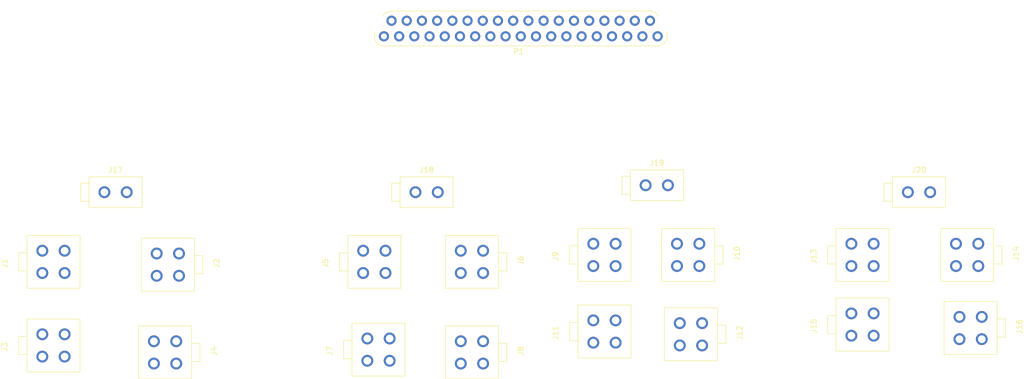
<source format=kicad_pcb>
(kicad_pcb (version 20171130) (host pcbnew "(5.1.10)-1")

  (general
    (thickness 1.6)
    (drawings 0)
    (tracks 0)
    (zones 0)
    (modules 21)
    (nets 26)
  )

  (page A4)
  (layers
    (0 F.Cu signal)
    (31 B.Cu signal)
    (32 B.Adhes user)
    (33 F.Adhes user)
    (34 B.Paste user)
    (35 F.Paste user)
    (36 B.SilkS user)
    (37 F.SilkS user)
    (38 B.Mask user)
    (39 F.Mask user)
    (40 Dwgs.User user)
    (41 Cmts.User user)
    (42 Eco1.User user)
    (43 Eco2.User user)
    (44 Edge.Cuts user)
    (45 Margin user)
    (46 B.CrtYd user)
    (47 F.CrtYd user)
    (48 B.Fab user)
    (49 F.Fab user)
  )

  (setup
    (last_trace_width 0.25)
    (trace_clearance 0.2)
    (zone_clearance 0.508)
    (zone_45_only no)
    (trace_min 0.2)
    (via_size 0.8)
    (via_drill 0.4)
    (via_min_size 0.4)
    (via_min_drill 0.3)
    (uvia_size 0.3)
    (uvia_drill 0.1)
    (uvias_allowed no)
    (uvia_min_size 0.2)
    (uvia_min_drill 0.1)
    (edge_width 0.05)
    (segment_width 0.2)
    (pcb_text_width 0.3)
    (pcb_text_size 1.5 1.5)
    (mod_edge_width 0.12)
    (mod_text_size 1 1)
    (mod_text_width 0.15)
    (pad_size 1.524 1.524)
    (pad_drill 0.762)
    (pad_to_mask_clearance 0)
    (aux_axis_origin 0 0)
    (visible_elements FFFFFF7F)
    (pcbplotparams
      (layerselection 0x010fc_ffffffff)
      (usegerberextensions false)
      (usegerberattributes true)
      (usegerberadvancedattributes true)
      (creategerberjobfile true)
      (excludeedgelayer true)
      (linewidth 0.100000)
      (plotframeref false)
      (viasonmask false)
      (mode 1)
      (useauxorigin false)
      (hpglpennumber 1)
      (hpglpenspeed 20)
      (hpglpendiameter 15.000000)
      (psnegative false)
      (psa4output false)
      (plotreference true)
      (plotvalue true)
      (plotinvisibletext false)
      (padsonsilk false)
      (subtractmaskfromsilk false)
      (outputformat 1)
      (mirror false)
      (drillshape 1)
      (scaleselection 1)
      (outputdirectory ""))
  )

  (net 0 "")
  (net 1 "Net-(J1-Pad2)")
  (net 2 "Net-(J1-Pad1)")
  (net 3 "Net-(J1-Pad3)")
  (net 4 "Net-(J2-Pad3)")
  (net 5 "Net-(J3-Pad3)")
  (net 6 "Net-(J4-Pad3)")
  (net 7 "Net-(J18-Pad2)")
  (net 8 "Net-(J18-Pad1)")
  (net 9 "Net-(J5-Pad3)")
  (net 10 "Net-(J6-Pad3)")
  (net 11 "Net-(J7-Pad3)")
  (net 12 "Net-(J8-Pad3)")
  (net 13 "Net-(J9-Pad3)")
  (net 14 "Net-(J10-Pad1)")
  (net 15 "Net-(J10-Pad2)")
  (net 16 "Net-(J10-Pad3)")
  (net 17 "Net-(J11-Pad3)")
  (net 18 "Net-(J12-Pad3)")
  (net 19 "Net-(J13-Pad3)")
  (net 20 "Net-(J13-Pad1)")
  (net 21 "Net-(J13-Pad2)")
  (net 22 "Net-(J14-Pad3)")
  (net 23 "Net-(J15-Pad3)")
  (net 24 "Net-(J16-Pad3)")
  (net 25 "Net-(P1-Pad19)")

  (net_class Default "This is the default net class."
    (clearance 0.2)
    (trace_width 0.25)
    (via_dia 0.8)
    (via_drill 0.4)
    (uvia_dia 0.3)
    (uvia_drill 0.1)
    (add_net "Net-(J1-Pad1)")
    (add_net "Net-(J1-Pad2)")
    (add_net "Net-(J1-Pad3)")
    (add_net "Net-(J10-Pad1)")
    (add_net "Net-(J10-Pad2)")
    (add_net "Net-(J10-Pad3)")
    (add_net "Net-(J11-Pad3)")
    (add_net "Net-(J12-Pad3)")
    (add_net "Net-(J13-Pad1)")
    (add_net "Net-(J13-Pad2)")
    (add_net "Net-(J13-Pad3)")
    (add_net "Net-(J14-Pad3)")
    (add_net "Net-(J15-Pad3)")
    (add_net "Net-(J16-Pad3)")
    (add_net "Net-(J18-Pad1)")
    (add_net "Net-(J18-Pad2)")
    (add_net "Net-(J2-Pad3)")
    (add_net "Net-(J3-Pad3)")
    (add_net "Net-(J4-Pad3)")
    (add_net "Net-(J5-Pad3)")
    (add_net "Net-(J6-Pad3)")
    (add_net "Net-(J7-Pad3)")
    (add_net "Net-(J8-Pad3)")
    (add_net "Net-(J9-Pad3)")
    (add_net "Net-(P1-Pad19)")
  )

  (module Voltage_Input_Module:0039281043 (layer F.Cu) (tedit 6109F625) (tstamp 610AEC7E)
    (at 85.09 104.775 90)
    (path /611386D9)
    (fp_text reference J1 (at -0.254 -8.89 90) (layer F.SilkS)
      (effects (font (size 1 1) (thickness 0.15)))
    )
    (fp_text value 0039281043 (at -0.508 7.62 90) (layer F.Fab)
      (effects (font (size 1 1) (thickness 0.15)))
    )
    (fp_line (start -1.651 -6.35) (end -1.651 -4.826) (layer F.SilkS) (width 0.12))
    (fp_line (start 1.651 -6.35) (end 1.651 -4.826) (layer F.SilkS) (width 0.12))
    (fp_line (start -1.651 -6.35) (end 1.651 -6.35) (layer F.SilkS) (width 0.12))
    (fp_line (start 4.826 4.826) (end -4.826 4.826) (layer F.SilkS) (width 0.12))
    (fp_line (start -4.826 -4.826) (end 4.826 -4.826) (layer F.SilkS) (width 0.12))
    (fp_line (start 4.826 -4.826) (end 4.826 4.826) (layer F.SilkS) (width 0.12))
    (fp_line (start -4.826 -4.826) (end -4.826 4.826) (layer F.SilkS) (width 0.12))
    (pad 2 thru_hole circle (at 2.032 2.032 90) (size 2.159 2.159) (drill 1.397) (layers *.Cu *.Mask)
      (net 1 "Net-(J1-Pad2)"))
    (pad 1 thru_hole circle (at 2.032 -2.032 90) (size 2.159 2.159) (drill 1.397) (layers *.Cu *.Mask)
      (net 2 "Net-(J1-Pad1)"))
    (pad 3 thru_hole circle (at -2.032 2.032 90) (size 2.159 2.159) (drill 1.397) (layers *.Cu *.Mask)
      (net 3 "Net-(J1-Pad3)"))
    (pad 3 thru_hole circle (at -2.032 -2.032 90) (size 2.159 2.159) (drill 1.397) (layers *.Cu *.Mask)
      (net 3 "Net-(J1-Pad3)"))
  )

  (module Voltage_Input_Module:0039281043 (layer F.Cu) (tedit 6109F625) (tstamp 610AEC8D)
    (at 105.918 105.283 270)
    (path /61138706)
    (fp_text reference J2 (at -0.254 -8.89 90) (layer F.SilkS)
      (effects (font (size 1 1) (thickness 0.15)))
    )
    (fp_text value 0039281043 (at -0.508 7.62 90) (layer F.Fab)
      (effects (font (size 1 1) (thickness 0.15)))
    )
    (fp_line (start -4.826 -4.826) (end -4.826 4.826) (layer F.SilkS) (width 0.12))
    (fp_line (start 4.826 -4.826) (end 4.826 4.826) (layer F.SilkS) (width 0.12))
    (fp_line (start -4.826 -4.826) (end 4.826 -4.826) (layer F.SilkS) (width 0.12))
    (fp_line (start 4.826 4.826) (end -4.826 4.826) (layer F.SilkS) (width 0.12))
    (fp_line (start -1.651 -6.35) (end 1.651 -6.35) (layer F.SilkS) (width 0.12))
    (fp_line (start 1.651 -6.35) (end 1.651 -4.826) (layer F.SilkS) (width 0.12))
    (fp_line (start -1.651 -6.35) (end -1.651 -4.826) (layer F.SilkS) (width 0.12))
    (pad 3 thru_hole circle (at -2.032 -2.032 270) (size 2.159 2.159) (drill 1.397) (layers *.Cu *.Mask)
      (net 4 "Net-(J2-Pad3)"))
    (pad 3 thru_hole circle (at -2.032 2.032 270) (size 2.159 2.159) (drill 1.397) (layers *.Cu *.Mask)
      (net 4 "Net-(J2-Pad3)"))
    (pad 1 thru_hole circle (at 2.032 -2.032 270) (size 2.159 2.159) (drill 1.397) (layers *.Cu *.Mask)
      (net 2 "Net-(J1-Pad1)"))
    (pad 2 thru_hole circle (at 2.032 2.032 270) (size 2.159 2.159) (drill 1.397) (layers *.Cu *.Mask)
      (net 1 "Net-(J1-Pad2)"))
  )

  (module Voltage_Input_Module:0039281043 (layer F.Cu) (tedit 6109F625) (tstamp 610AEC9C)
    (at 85.09 120.015 90)
    (path /611386E8)
    (fp_text reference J3 (at -0.254 -8.89 90) (layer F.SilkS)
      (effects (font (size 1 1) (thickness 0.15)))
    )
    (fp_text value 0039281043 (at -0.508 7.62 90) (layer F.Fab)
      (effects (font (size 1 1) (thickness 0.15)))
    )
    (fp_line (start -4.826 -4.826) (end -4.826 4.826) (layer F.SilkS) (width 0.12))
    (fp_line (start 4.826 -4.826) (end 4.826 4.826) (layer F.SilkS) (width 0.12))
    (fp_line (start -4.826 -4.826) (end 4.826 -4.826) (layer F.SilkS) (width 0.12))
    (fp_line (start 4.826 4.826) (end -4.826 4.826) (layer F.SilkS) (width 0.12))
    (fp_line (start -1.651 -6.35) (end 1.651 -6.35) (layer F.SilkS) (width 0.12))
    (fp_line (start 1.651 -6.35) (end 1.651 -4.826) (layer F.SilkS) (width 0.12))
    (fp_line (start -1.651 -6.35) (end -1.651 -4.826) (layer F.SilkS) (width 0.12))
    (pad 3 thru_hole circle (at -2.032 -2.032 90) (size 2.159 2.159) (drill 1.397) (layers *.Cu *.Mask)
      (net 5 "Net-(J3-Pad3)"))
    (pad 3 thru_hole circle (at -2.032 2.032 90) (size 2.159 2.159) (drill 1.397) (layers *.Cu *.Mask)
      (net 5 "Net-(J3-Pad3)"))
    (pad 1 thru_hole circle (at 2.032 -2.032 90) (size 2.159 2.159) (drill 1.397) (layers *.Cu *.Mask)
      (net 2 "Net-(J1-Pad1)"))
    (pad 2 thru_hole circle (at 2.032 2.032 90) (size 2.159 2.159) (drill 1.397) (layers *.Cu *.Mask)
      (net 1 "Net-(J1-Pad2)"))
  )

  (module Voltage_Input_Module:0039281043 (layer F.Cu) (tedit 6109F625) (tstamp 610AECAB)
    (at 105.41 121.285 270)
    (path /611386F7)
    (fp_text reference J4 (at -0.254 -8.89 90) (layer F.SilkS)
      (effects (font (size 1 1) (thickness 0.15)))
    )
    (fp_text value 0039281043 (at -0.508 7.62 90) (layer F.Fab)
      (effects (font (size 1 1) (thickness 0.15)))
    )
    (fp_line (start -1.651 -6.35) (end -1.651 -4.826) (layer F.SilkS) (width 0.12))
    (fp_line (start 1.651 -6.35) (end 1.651 -4.826) (layer F.SilkS) (width 0.12))
    (fp_line (start -1.651 -6.35) (end 1.651 -6.35) (layer F.SilkS) (width 0.12))
    (fp_line (start 4.826 4.826) (end -4.826 4.826) (layer F.SilkS) (width 0.12))
    (fp_line (start -4.826 -4.826) (end 4.826 -4.826) (layer F.SilkS) (width 0.12))
    (fp_line (start 4.826 -4.826) (end 4.826 4.826) (layer F.SilkS) (width 0.12))
    (fp_line (start -4.826 -4.826) (end -4.826 4.826) (layer F.SilkS) (width 0.12))
    (pad 2 thru_hole circle (at 2.032 2.032 270) (size 2.159 2.159) (drill 1.397) (layers *.Cu *.Mask)
      (net 1 "Net-(J1-Pad2)"))
    (pad 1 thru_hole circle (at 2.032 -2.032 270) (size 2.159 2.159) (drill 1.397) (layers *.Cu *.Mask)
      (net 2 "Net-(J1-Pad1)"))
    (pad 3 thru_hole circle (at -2.032 2.032 270) (size 2.159 2.159) (drill 1.397) (layers *.Cu *.Mask)
      (net 6 "Net-(J4-Pad3)"))
    (pad 3 thru_hole circle (at -2.032 -2.032 270) (size 2.159 2.159) (drill 1.397) (layers *.Cu *.Mask)
      (net 6 "Net-(J4-Pad3)"))
  )

  (module Voltage_Input_Module:0039281043 (layer F.Cu) (tedit 6109F625) (tstamp 610AECBA)
    (at 143.51 104.775 90)
    (path /61130C38)
    (fp_text reference J5 (at -0.254 -8.89 90) (layer F.SilkS)
      (effects (font (size 1 1) (thickness 0.15)))
    )
    (fp_text value 0039281043 (at -0.508 7.62 90) (layer F.Fab)
      (effects (font (size 1 1) (thickness 0.15)))
    )
    (fp_line (start -1.651 -6.35) (end -1.651 -4.826) (layer F.SilkS) (width 0.12))
    (fp_line (start 1.651 -6.35) (end 1.651 -4.826) (layer F.SilkS) (width 0.12))
    (fp_line (start -1.651 -6.35) (end 1.651 -6.35) (layer F.SilkS) (width 0.12))
    (fp_line (start 4.826 4.826) (end -4.826 4.826) (layer F.SilkS) (width 0.12))
    (fp_line (start -4.826 -4.826) (end 4.826 -4.826) (layer F.SilkS) (width 0.12))
    (fp_line (start 4.826 -4.826) (end 4.826 4.826) (layer F.SilkS) (width 0.12))
    (fp_line (start -4.826 -4.826) (end -4.826 4.826) (layer F.SilkS) (width 0.12))
    (pad 2 thru_hole circle (at 2.032 2.032 90) (size 2.159 2.159) (drill 1.397) (layers *.Cu *.Mask)
      (net 7 "Net-(J18-Pad2)"))
    (pad 1 thru_hole circle (at 2.032 -2.032 90) (size 2.159 2.159) (drill 1.397) (layers *.Cu *.Mask)
      (net 8 "Net-(J18-Pad1)"))
    (pad 3 thru_hole circle (at -2.032 2.032 90) (size 2.159 2.159) (drill 1.397) (layers *.Cu *.Mask)
      (net 9 "Net-(J5-Pad3)"))
    (pad 3 thru_hole circle (at -2.032 -2.032 90) (size 2.159 2.159) (drill 1.397) (layers *.Cu *.Mask)
      (net 9 "Net-(J5-Pad3)"))
  )

  (module Voltage_Input_Module:0039281043 (layer F.Cu) (tedit 6109F625) (tstamp 610AECC9)
    (at 161.29 104.775 270)
    (path /61130C65)
    (fp_text reference J6 (at -0.254 -8.89 90) (layer F.SilkS)
      (effects (font (size 1 1) (thickness 0.15)))
    )
    (fp_text value 0039281043 (at -0.508 7.62 90) (layer F.Fab)
      (effects (font (size 1 1) (thickness 0.15)))
    )
    (fp_line (start -4.826 -4.826) (end -4.826 4.826) (layer F.SilkS) (width 0.12))
    (fp_line (start 4.826 -4.826) (end 4.826 4.826) (layer F.SilkS) (width 0.12))
    (fp_line (start -4.826 -4.826) (end 4.826 -4.826) (layer F.SilkS) (width 0.12))
    (fp_line (start 4.826 4.826) (end -4.826 4.826) (layer F.SilkS) (width 0.12))
    (fp_line (start -1.651 -6.35) (end 1.651 -6.35) (layer F.SilkS) (width 0.12))
    (fp_line (start 1.651 -6.35) (end 1.651 -4.826) (layer F.SilkS) (width 0.12))
    (fp_line (start -1.651 -6.35) (end -1.651 -4.826) (layer F.SilkS) (width 0.12))
    (pad 3 thru_hole circle (at -2.032 -2.032 270) (size 2.159 2.159) (drill 1.397) (layers *.Cu *.Mask)
      (net 10 "Net-(J6-Pad3)"))
    (pad 3 thru_hole circle (at -2.032 2.032 270) (size 2.159 2.159) (drill 1.397) (layers *.Cu *.Mask)
      (net 10 "Net-(J6-Pad3)"))
    (pad 1 thru_hole circle (at 2.032 -2.032 270) (size 2.159 2.159) (drill 1.397) (layers *.Cu *.Mask)
      (net 8 "Net-(J18-Pad1)"))
    (pad 2 thru_hole circle (at 2.032 2.032 270) (size 2.159 2.159) (drill 1.397) (layers *.Cu *.Mask)
      (net 7 "Net-(J18-Pad2)"))
  )

  (module Voltage_Input_Module:0039281043 (layer F.Cu) (tedit 6109F625) (tstamp 610AECD8)
    (at 144.272 120.777 90)
    (path /61130C47)
    (fp_text reference J7 (at -0.254 -8.89 90) (layer F.SilkS)
      (effects (font (size 1 1) (thickness 0.15)))
    )
    (fp_text value 0039281043 (at -0.508 7.62 90) (layer F.Fab)
      (effects (font (size 1 1) (thickness 0.15)))
    )
    (fp_line (start -4.826 -4.826) (end -4.826 4.826) (layer F.SilkS) (width 0.12))
    (fp_line (start 4.826 -4.826) (end 4.826 4.826) (layer F.SilkS) (width 0.12))
    (fp_line (start -4.826 -4.826) (end 4.826 -4.826) (layer F.SilkS) (width 0.12))
    (fp_line (start 4.826 4.826) (end -4.826 4.826) (layer F.SilkS) (width 0.12))
    (fp_line (start -1.651 -6.35) (end 1.651 -6.35) (layer F.SilkS) (width 0.12))
    (fp_line (start 1.651 -6.35) (end 1.651 -4.826) (layer F.SilkS) (width 0.12))
    (fp_line (start -1.651 -6.35) (end -1.651 -4.826) (layer F.SilkS) (width 0.12))
    (pad 3 thru_hole circle (at -2.032 -2.032 90) (size 2.159 2.159) (drill 1.397) (layers *.Cu *.Mask)
      (net 11 "Net-(J7-Pad3)"))
    (pad 3 thru_hole circle (at -2.032 2.032 90) (size 2.159 2.159) (drill 1.397) (layers *.Cu *.Mask)
      (net 11 "Net-(J7-Pad3)"))
    (pad 1 thru_hole circle (at 2.032 -2.032 90) (size 2.159 2.159) (drill 1.397) (layers *.Cu *.Mask)
      (net 8 "Net-(J18-Pad1)"))
    (pad 2 thru_hole circle (at 2.032 2.032 90) (size 2.159 2.159) (drill 1.397) (layers *.Cu *.Mask)
      (net 7 "Net-(J18-Pad2)"))
  )

  (module Voltage_Input_Module:0039281043 (layer F.Cu) (tedit 6109F625) (tstamp 610AECE7)
    (at 161.29 121.285 270)
    (path /61130C56)
    (fp_text reference J8 (at -0.254 -8.89 90) (layer F.SilkS)
      (effects (font (size 1 1) (thickness 0.15)))
    )
    (fp_text value 0039281043 (at -0.508 7.62 90) (layer F.Fab)
      (effects (font (size 1 1) (thickness 0.15)))
    )
    (fp_line (start -1.651 -6.35) (end -1.651 -4.826) (layer F.SilkS) (width 0.12))
    (fp_line (start 1.651 -6.35) (end 1.651 -4.826) (layer F.SilkS) (width 0.12))
    (fp_line (start -1.651 -6.35) (end 1.651 -6.35) (layer F.SilkS) (width 0.12))
    (fp_line (start 4.826 4.826) (end -4.826 4.826) (layer F.SilkS) (width 0.12))
    (fp_line (start -4.826 -4.826) (end 4.826 -4.826) (layer F.SilkS) (width 0.12))
    (fp_line (start 4.826 -4.826) (end 4.826 4.826) (layer F.SilkS) (width 0.12))
    (fp_line (start -4.826 -4.826) (end -4.826 4.826) (layer F.SilkS) (width 0.12))
    (pad 2 thru_hole circle (at 2.032 2.032 270) (size 2.159 2.159) (drill 1.397) (layers *.Cu *.Mask)
      (net 7 "Net-(J18-Pad2)"))
    (pad 1 thru_hole circle (at 2.032 -2.032 270) (size 2.159 2.159) (drill 1.397) (layers *.Cu *.Mask)
      (net 8 "Net-(J18-Pad1)"))
    (pad 3 thru_hole circle (at -2.032 2.032 270) (size 2.159 2.159) (drill 1.397) (layers *.Cu *.Mask)
      (net 12 "Net-(J8-Pad3)"))
    (pad 3 thru_hole circle (at -2.032 -2.032 270) (size 2.159 2.159) (drill 1.397) (layers *.Cu *.Mask)
      (net 12 "Net-(J8-Pad3)"))
  )

  (module Voltage_Input_Module:0039281043 (layer F.Cu) (tedit 6109F625) (tstamp 610AECF6)
    (at 185.42 103.505 90)
    (path /6108D3DA)
    (fp_text reference J9 (at -0.254 -8.89 90) (layer F.SilkS)
      (effects (font (size 1 1) (thickness 0.15)))
    )
    (fp_text value 0039281043 (at -0.508 7.62 90) (layer F.Fab)
      (effects (font (size 1 1) (thickness 0.15)))
    )
    (fp_line (start -4.826 -4.826) (end -4.826 4.826) (layer F.SilkS) (width 0.12))
    (fp_line (start 4.826 -4.826) (end 4.826 4.826) (layer F.SilkS) (width 0.12))
    (fp_line (start -4.826 -4.826) (end 4.826 -4.826) (layer F.SilkS) (width 0.12))
    (fp_line (start 4.826 4.826) (end -4.826 4.826) (layer F.SilkS) (width 0.12))
    (fp_line (start -1.651 -6.35) (end 1.651 -6.35) (layer F.SilkS) (width 0.12))
    (fp_line (start 1.651 -6.35) (end 1.651 -4.826) (layer F.SilkS) (width 0.12))
    (fp_line (start -1.651 -6.35) (end -1.651 -4.826) (layer F.SilkS) (width 0.12))
    (pad 3 thru_hole circle (at -2.032 -2.032 90) (size 2.159 2.159) (drill 1.397) (layers *.Cu *.Mask)
      (net 13 "Net-(J9-Pad3)"))
    (pad 3 thru_hole circle (at -2.032 2.032 90) (size 2.159 2.159) (drill 1.397) (layers *.Cu *.Mask)
      (net 13 "Net-(J9-Pad3)"))
    (pad 1 thru_hole circle (at 2.032 -2.032 90) (size 2.159 2.159) (drill 1.397) (layers *.Cu *.Mask)
      (net 14 "Net-(J10-Pad1)"))
    (pad 2 thru_hole circle (at 2.032 2.032 90) (size 2.159 2.159) (drill 1.397) (layers *.Cu *.Mask)
      (net 15 "Net-(J10-Pad2)"))
  )

  (module Voltage_Input_Module:0039281043 (layer F.Cu) (tedit 6109F625) (tstamp 610AED05)
    (at 200.66 103.505 270)
    (path /61091290)
    (fp_text reference J10 (at -0.254 -8.89 90) (layer F.SilkS)
      (effects (font (size 1 1) (thickness 0.15)))
    )
    (fp_text value 0039281043 (at -0.508 7.62 90) (layer F.Fab)
      (effects (font (size 1 1) (thickness 0.15)))
    )
    (fp_line (start -1.651 -6.35) (end -1.651 -4.826) (layer F.SilkS) (width 0.12))
    (fp_line (start 1.651 -6.35) (end 1.651 -4.826) (layer F.SilkS) (width 0.12))
    (fp_line (start -1.651 -6.35) (end 1.651 -6.35) (layer F.SilkS) (width 0.12))
    (fp_line (start 4.826 4.826) (end -4.826 4.826) (layer F.SilkS) (width 0.12))
    (fp_line (start -4.826 -4.826) (end 4.826 -4.826) (layer F.SilkS) (width 0.12))
    (fp_line (start 4.826 -4.826) (end 4.826 4.826) (layer F.SilkS) (width 0.12))
    (fp_line (start -4.826 -4.826) (end -4.826 4.826) (layer F.SilkS) (width 0.12))
    (pad 2 thru_hole circle (at 2.032 2.032 270) (size 2.159 2.159) (drill 1.397) (layers *.Cu *.Mask)
      (net 15 "Net-(J10-Pad2)"))
    (pad 1 thru_hole circle (at 2.032 -2.032 270) (size 2.159 2.159) (drill 1.397) (layers *.Cu *.Mask)
      (net 14 "Net-(J10-Pad1)"))
    (pad 3 thru_hole circle (at -2.032 2.032 270) (size 2.159 2.159) (drill 1.397) (layers *.Cu *.Mask)
      (net 16 "Net-(J10-Pad3)"))
    (pad 3 thru_hole circle (at -2.032 -2.032 270) (size 2.159 2.159) (drill 1.397) (layers *.Cu *.Mask)
      (net 16 "Net-(J10-Pad3)"))
  )

  (module Voltage_Input_Module:0039281043 (layer F.Cu) (tedit 6109F625) (tstamp 610AED14)
    (at 185.42 117.475 90)
    (path /6109138F)
    (fp_text reference J11 (at -0.254 -8.89 90) (layer F.SilkS)
      (effects (font (size 1 1) (thickness 0.15)))
    )
    (fp_text value 0039281043 (at -0.508 7.62 90) (layer F.Fab)
      (effects (font (size 1 1) (thickness 0.15)))
    )
    (fp_line (start -1.651 -6.35) (end -1.651 -4.826) (layer F.SilkS) (width 0.12))
    (fp_line (start 1.651 -6.35) (end 1.651 -4.826) (layer F.SilkS) (width 0.12))
    (fp_line (start -1.651 -6.35) (end 1.651 -6.35) (layer F.SilkS) (width 0.12))
    (fp_line (start 4.826 4.826) (end -4.826 4.826) (layer F.SilkS) (width 0.12))
    (fp_line (start -4.826 -4.826) (end 4.826 -4.826) (layer F.SilkS) (width 0.12))
    (fp_line (start 4.826 -4.826) (end 4.826 4.826) (layer F.SilkS) (width 0.12))
    (fp_line (start -4.826 -4.826) (end -4.826 4.826) (layer F.SilkS) (width 0.12))
    (pad 2 thru_hole circle (at 2.032 2.032 90) (size 2.159 2.159) (drill 1.397) (layers *.Cu *.Mask)
      (net 15 "Net-(J10-Pad2)"))
    (pad 1 thru_hole circle (at 2.032 -2.032 90) (size 2.159 2.159) (drill 1.397) (layers *.Cu *.Mask)
      (net 14 "Net-(J10-Pad1)"))
    (pad 3 thru_hole circle (at -2.032 2.032 90) (size 2.159 2.159) (drill 1.397) (layers *.Cu *.Mask)
      (net 17 "Net-(J11-Pad3)"))
    (pad 3 thru_hole circle (at -2.032 -2.032 90) (size 2.159 2.159) (drill 1.397) (layers *.Cu *.Mask)
      (net 17 "Net-(J11-Pad3)"))
  )

  (module Voltage_Input_Module:0039281043 (layer F.Cu) (tedit 6109F625) (tstamp 610AED23)
    (at 201.168 117.983 270)
    (path /61093AEB)
    (fp_text reference J12 (at -0.254 -8.89 90) (layer F.SilkS)
      (effects (font (size 1 1) (thickness 0.15)))
    )
    (fp_text value 0039281043 (at -0.508 7.62 90) (layer F.Fab)
      (effects (font (size 1 1) (thickness 0.15)))
    )
    (fp_line (start -4.826 -4.826) (end -4.826 4.826) (layer F.SilkS) (width 0.12))
    (fp_line (start 4.826 -4.826) (end 4.826 4.826) (layer F.SilkS) (width 0.12))
    (fp_line (start -4.826 -4.826) (end 4.826 -4.826) (layer F.SilkS) (width 0.12))
    (fp_line (start 4.826 4.826) (end -4.826 4.826) (layer F.SilkS) (width 0.12))
    (fp_line (start -1.651 -6.35) (end 1.651 -6.35) (layer F.SilkS) (width 0.12))
    (fp_line (start 1.651 -6.35) (end 1.651 -4.826) (layer F.SilkS) (width 0.12))
    (fp_line (start -1.651 -6.35) (end -1.651 -4.826) (layer F.SilkS) (width 0.12))
    (pad 3 thru_hole circle (at -2.032 -2.032 270) (size 2.159 2.159) (drill 1.397) (layers *.Cu *.Mask)
      (net 18 "Net-(J12-Pad3)"))
    (pad 3 thru_hole circle (at -2.032 2.032 270) (size 2.159 2.159) (drill 1.397) (layers *.Cu *.Mask)
      (net 18 "Net-(J12-Pad3)"))
    (pad 1 thru_hole circle (at 2.032 -2.032 270) (size 2.159 2.159) (drill 1.397) (layers *.Cu *.Mask)
      (net 14 "Net-(J10-Pad1)"))
    (pad 2 thru_hole circle (at 2.032 2.032 270) (size 2.159 2.159) (drill 1.397) (layers *.Cu *.Mask)
      (net 15 "Net-(J10-Pad2)"))
  )

  (module Voltage_Input_Module:0039281043 (layer F.Cu) (tedit 6109F625) (tstamp 610AED32)
    (at 232.41 103.505 90)
    (path /6111B181)
    (fp_text reference J13 (at -0.254 -8.89 90) (layer F.SilkS)
      (effects (font (size 1 1) (thickness 0.15)))
    )
    (fp_text value 0039281043 (at -0.508 7.62 90) (layer F.Fab)
      (effects (font (size 1 1) (thickness 0.15)))
    )
    (fp_line (start -4.826 -4.826) (end -4.826 4.826) (layer F.SilkS) (width 0.12))
    (fp_line (start 4.826 -4.826) (end 4.826 4.826) (layer F.SilkS) (width 0.12))
    (fp_line (start -4.826 -4.826) (end 4.826 -4.826) (layer F.SilkS) (width 0.12))
    (fp_line (start 4.826 4.826) (end -4.826 4.826) (layer F.SilkS) (width 0.12))
    (fp_line (start -1.651 -6.35) (end 1.651 -6.35) (layer F.SilkS) (width 0.12))
    (fp_line (start 1.651 -6.35) (end 1.651 -4.826) (layer F.SilkS) (width 0.12))
    (fp_line (start -1.651 -6.35) (end -1.651 -4.826) (layer F.SilkS) (width 0.12))
    (pad 3 thru_hole circle (at -2.032 -2.032 90) (size 2.159 2.159) (drill 1.397) (layers *.Cu *.Mask)
      (net 19 "Net-(J13-Pad3)"))
    (pad 3 thru_hole circle (at -2.032 2.032 90) (size 2.159 2.159) (drill 1.397) (layers *.Cu *.Mask)
      (net 19 "Net-(J13-Pad3)"))
    (pad 1 thru_hole circle (at 2.032 -2.032 90) (size 2.159 2.159) (drill 1.397) (layers *.Cu *.Mask)
      (net 20 "Net-(J13-Pad1)"))
    (pad 2 thru_hole circle (at 2.032 2.032 90) (size 2.159 2.159) (drill 1.397) (layers *.Cu *.Mask)
      (net 21 "Net-(J13-Pad2)"))
  )

  (module Voltage_Input_Module:0039281043 (layer F.Cu) (tedit 6109F625) (tstamp 610AED41)
    (at 251.46 103.505 270)
    (path /6111B1AE)
    (fp_text reference J14 (at -0.254 -8.89 90) (layer F.SilkS)
      (effects (font (size 1 1) (thickness 0.15)))
    )
    (fp_text value 0039281043 (at -0.508 7.62 90) (layer F.Fab)
      (effects (font (size 1 1) (thickness 0.15)))
    )
    (fp_line (start -1.651 -6.35) (end -1.651 -4.826) (layer F.SilkS) (width 0.12))
    (fp_line (start 1.651 -6.35) (end 1.651 -4.826) (layer F.SilkS) (width 0.12))
    (fp_line (start -1.651 -6.35) (end 1.651 -6.35) (layer F.SilkS) (width 0.12))
    (fp_line (start 4.826 4.826) (end -4.826 4.826) (layer F.SilkS) (width 0.12))
    (fp_line (start -4.826 -4.826) (end 4.826 -4.826) (layer F.SilkS) (width 0.12))
    (fp_line (start 4.826 -4.826) (end 4.826 4.826) (layer F.SilkS) (width 0.12))
    (fp_line (start -4.826 -4.826) (end -4.826 4.826) (layer F.SilkS) (width 0.12))
    (pad 2 thru_hole circle (at 2.032 2.032 270) (size 2.159 2.159) (drill 1.397) (layers *.Cu *.Mask)
      (net 21 "Net-(J13-Pad2)"))
    (pad 1 thru_hole circle (at 2.032 -2.032 270) (size 2.159 2.159) (drill 1.397) (layers *.Cu *.Mask)
      (net 20 "Net-(J13-Pad1)"))
    (pad 3 thru_hole circle (at -2.032 2.032 270) (size 2.159 2.159) (drill 1.397) (layers *.Cu *.Mask)
      (net 22 "Net-(J14-Pad3)"))
    (pad 3 thru_hole circle (at -2.032 -2.032 270) (size 2.159 2.159) (drill 1.397) (layers *.Cu *.Mask)
      (net 22 "Net-(J14-Pad3)"))
  )

  (module Voltage_Input_Module:0039281043 (layer F.Cu) (tedit 6109F625) (tstamp 610AED50)
    (at 232.41 116.205 90)
    (path /6111B190)
    (fp_text reference J15 (at -0.254 -8.89 90) (layer F.SilkS)
      (effects (font (size 1 1) (thickness 0.15)))
    )
    (fp_text value 0039281043 (at -0.508 7.62 90) (layer F.Fab)
      (effects (font (size 1 1) (thickness 0.15)))
    )
    (fp_line (start -1.651 -6.35) (end -1.651 -4.826) (layer F.SilkS) (width 0.12))
    (fp_line (start 1.651 -6.35) (end 1.651 -4.826) (layer F.SilkS) (width 0.12))
    (fp_line (start -1.651 -6.35) (end 1.651 -6.35) (layer F.SilkS) (width 0.12))
    (fp_line (start 4.826 4.826) (end -4.826 4.826) (layer F.SilkS) (width 0.12))
    (fp_line (start -4.826 -4.826) (end 4.826 -4.826) (layer F.SilkS) (width 0.12))
    (fp_line (start 4.826 -4.826) (end 4.826 4.826) (layer F.SilkS) (width 0.12))
    (fp_line (start -4.826 -4.826) (end -4.826 4.826) (layer F.SilkS) (width 0.12))
    (pad 2 thru_hole circle (at 2.032 2.032 90) (size 2.159 2.159) (drill 1.397) (layers *.Cu *.Mask)
      (net 21 "Net-(J13-Pad2)"))
    (pad 1 thru_hole circle (at 2.032 -2.032 90) (size 2.159 2.159) (drill 1.397) (layers *.Cu *.Mask)
      (net 20 "Net-(J13-Pad1)"))
    (pad 3 thru_hole circle (at -2.032 2.032 90) (size 2.159 2.159) (drill 1.397) (layers *.Cu *.Mask)
      (net 23 "Net-(J15-Pad3)"))
    (pad 3 thru_hole circle (at -2.032 -2.032 90) (size 2.159 2.159) (drill 1.397) (layers *.Cu *.Mask)
      (net 23 "Net-(J15-Pad3)"))
  )

  (module Voltage_Input_Module:0039281043 (layer F.Cu) (tedit 6109F625) (tstamp 610AED5F)
    (at 252.095 116.84 270)
    (path /6111B19F)
    (fp_text reference J16 (at -0.254 -8.89 90) (layer F.SilkS)
      (effects (font (size 1 1) (thickness 0.15)))
    )
    (fp_text value 0039281043 (at -0.508 7.62 90) (layer F.Fab)
      (effects (font (size 1 1) (thickness 0.15)))
    )
    (fp_line (start -4.826 -4.826) (end -4.826 4.826) (layer F.SilkS) (width 0.12))
    (fp_line (start 4.826 -4.826) (end 4.826 4.826) (layer F.SilkS) (width 0.12))
    (fp_line (start -4.826 -4.826) (end 4.826 -4.826) (layer F.SilkS) (width 0.12))
    (fp_line (start 4.826 4.826) (end -4.826 4.826) (layer F.SilkS) (width 0.12))
    (fp_line (start -1.651 -6.35) (end 1.651 -6.35) (layer F.SilkS) (width 0.12))
    (fp_line (start 1.651 -6.35) (end 1.651 -4.826) (layer F.SilkS) (width 0.12))
    (fp_line (start -1.651 -6.35) (end -1.651 -4.826) (layer F.SilkS) (width 0.12))
    (pad 3 thru_hole circle (at -2.032 -2.032 270) (size 2.159 2.159) (drill 1.397) (layers *.Cu *.Mask)
      (net 24 "Net-(J16-Pad3)"))
    (pad 3 thru_hole circle (at -2.032 2.032 270) (size 2.159 2.159) (drill 1.397) (layers *.Cu *.Mask)
      (net 24 "Net-(J16-Pad3)"))
    (pad 1 thru_hole circle (at 2.032 -2.032 270) (size 2.159 2.159) (drill 1.397) (layers *.Cu *.Mask)
      (net 20 "Net-(J13-Pad1)"))
    (pad 2 thru_hole circle (at 2.032 2.032 270) (size 2.159 2.159) (drill 1.397) (layers *.Cu *.Mask)
      (net 21 "Net-(J13-Pad2)"))
  )

  (module Voltage_Input_Module:0039281023 (layer F.Cu) (tedit 6109F4BA) (tstamp 610AED6C)
    (at 96.393 92.075)
    (path /611386CA)
    (fp_text reference J17 (at 0 -4.064) (layer F.SilkS)
      (effects (font (size 1 1) (thickness 0.15)))
    )
    (fp_text value 0039281023 (at 0 3.81) (layer F.Fab)
      (effects (font (size 1 1) (thickness 0.15)))
    )
    (fp_line (start 4.826 -2.794) (end 4.826 2.794) (layer F.SilkS) (width 0.12))
    (fp_line (start -4.826 -2.794) (end -4.826 2.794) (layer F.SilkS) (width 0.12))
    (fp_line (start -4.826 -2.794) (end 4.826 -2.794) (layer F.SilkS) (width 0.12))
    (fp_line (start 4.826 2.794) (end -4.826 2.794) (layer F.SilkS) (width 0.12))
    (fp_line (start -6.35 -1.651) (end -6.35 1.651) (layer F.SilkS) (width 0.12))
    (fp_line (start -6.35 -1.651) (end -4.826 -1.651) (layer F.SilkS) (width 0.12))
    (fp_line (start -6.35 1.651) (end -4.826 1.651) (layer F.SilkS) (width 0.12))
    (pad 2 thru_hole circle (at 2.032 0) (size 2.159 2.159) (drill 1.397) (layers *.Cu *.Mask)
      (net 1 "Net-(J1-Pad2)"))
    (pad 1 thru_hole circle (at -2.032 0) (size 2.159 2.159) (drill 1.397) (layers *.Cu *.Mask)
      (net 2 "Net-(J1-Pad1)"))
  )

  (module Voltage_Input_Module:0039281023 (layer F.Cu) (tedit 6109F4BA) (tstamp 610AED79)
    (at 153.035 92.075)
    (path /61130C29)
    (fp_text reference J18 (at 0 -4.064) (layer F.SilkS)
      (effects (font (size 1 1) (thickness 0.15)))
    )
    (fp_text value 0039281023 (at 0 3.81) (layer F.Fab)
      (effects (font (size 1 1) (thickness 0.15)))
    )
    (fp_line (start 4.826 -2.794) (end 4.826 2.794) (layer F.SilkS) (width 0.12))
    (fp_line (start -4.826 -2.794) (end -4.826 2.794) (layer F.SilkS) (width 0.12))
    (fp_line (start -4.826 -2.794) (end 4.826 -2.794) (layer F.SilkS) (width 0.12))
    (fp_line (start 4.826 2.794) (end -4.826 2.794) (layer F.SilkS) (width 0.12))
    (fp_line (start -6.35 -1.651) (end -6.35 1.651) (layer F.SilkS) (width 0.12))
    (fp_line (start -6.35 -1.651) (end -4.826 -1.651) (layer F.SilkS) (width 0.12))
    (fp_line (start -6.35 1.651) (end -4.826 1.651) (layer F.SilkS) (width 0.12))
    (pad 2 thru_hole circle (at 2.032 0) (size 2.159 2.159) (drill 1.397) (layers *.Cu *.Mask)
      (net 7 "Net-(J18-Pad2)"))
    (pad 1 thru_hole circle (at -2.032 0) (size 2.159 2.159) (drill 1.397) (layers *.Cu *.Mask)
      (net 8 "Net-(J18-Pad1)"))
  )

  (module Voltage_Input_Module:0039281023 (layer F.Cu) (tedit 6109F4BA) (tstamp 610AED86)
    (at 194.945 90.805)
    (path /6108BAC4)
    (fp_text reference J19 (at 0 -4.064) (layer F.SilkS)
      (effects (font (size 1 1) (thickness 0.15)))
    )
    (fp_text value 0039281023 (at 0 3.81) (layer F.Fab)
      (effects (font (size 1 1) (thickness 0.15)))
    )
    (fp_line (start -6.35 1.651) (end -4.826 1.651) (layer F.SilkS) (width 0.12))
    (fp_line (start -6.35 -1.651) (end -4.826 -1.651) (layer F.SilkS) (width 0.12))
    (fp_line (start -6.35 -1.651) (end -6.35 1.651) (layer F.SilkS) (width 0.12))
    (fp_line (start 4.826 2.794) (end -4.826 2.794) (layer F.SilkS) (width 0.12))
    (fp_line (start -4.826 -2.794) (end 4.826 -2.794) (layer F.SilkS) (width 0.12))
    (fp_line (start -4.826 -2.794) (end -4.826 2.794) (layer F.SilkS) (width 0.12))
    (fp_line (start 4.826 -2.794) (end 4.826 2.794) (layer F.SilkS) (width 0.12))
    (pad 1 thru_hole circle (at -2.032 0) (size 2.159 2.159) (drill 1.397) (layers *.Cu *.Mask)
      (net 14 "Net-(J10-Pad1)"))
    (pad 2 thru_hole circle (at 2.032 0) (size 2.159 2.159) (drill 1.397) (layers *.Cu *.Mask)
      (net 15 "Net-(J10-Pad2)"))
  )

  (module Voltage_Input_Module:0039281023 (layer F.Cu) (tedit 6109F4BA) (tstamp 610AED93)
    (at 242.697 92.075)
    (path /6111B172)
    (fp_text reference J20 (at 0 -4.064) (layer F.SilkS)
      (effects (font (size 1 1) (thickness 0.15)))
    )
    (fp_text value 0039281023 (at 0 3.81) (layer F.Fab)
      (effects (font (size 1 1) (thickness 0.15)))
    )
    (fp_line (start -6.35 1.651) (end -4.826 1.651) (layer F.SilkS) (width 0.12))
    (fp_line (start -6.35 -1.651) (end -4.826 -1.651) (layer F.SilkS) (width 0.12))
    (fp_line (start -6.35 -1.651) (end -6.35 1.651) (layer F.SilkS) (width 0.12))
    (fp_line (start 4.826 2.794) (end -4.826 2.794) (layer F.SilkS) (width 0.12))
    (fp_line (start -4.826 -2.794) (end 4.826 -2.794) (layer F.SilkS) (width 0.12))
    (fp_line (start -4.826 -2.794) (end -4.826 2.794) (layer F.SilkS) (width 0.12))
    (fp_line (start 4.826 -2.794) (end 4.826 2.794) (layer F.SilkS) (width 0.12))
    (pad 1 thru_hole circle (at -2.032 0) (size 2.159 2.159) (drill 1.397) (layers *.Cu *.Mask)
      (net 20 "Net-(J13-Pad1)"))
    (pad 2 thru_hole circle (at 2.032 0) (size 2.159 2.159) (drill 1.397) (layers *.Cu *.Mask)
      (net 21 "Net-(J13-Pad2)"))
  )

  (module Voltage_Input_Module:182-037-113R451 (layer F.Cu) (tedit 610A7F5B) (tstamp 610AEDC4)
    (at 170.18 62.23 180)
    (path /6108985E)
    (fp_text reference P1 (at 0.381 -4.199) (layer F.SilkS)
      (effects (font (size 1 1) (thickness 0.15)))
    )
    (fp_text value 182-037-113R541 (at -0.127 4.3514) (layer F.Fab)
      (effects (font (size 1 1) (thickness 0.15)))
    )
    (fp_line (start -23.5331 3.175) (end 23.5331 3.175) (layer F.SilkS) (width 0.12))
    (fp_line (start 24.9174 -3.175) (end -24.9174 -3.175) (layer F.SilkS) (width 0.12))
    (fp_arc (start 24.9174 -1.4224) (end 24.9174 -3.175) (angle 115.9) (layer F.SilkS) (width 0.12))
    (fp_arc (start 23.5331 1.4224) (end 23.5331 3.175) (angle -64.1) (layer F.SilkS) (width 0.12))
    (fp_arc (start -24.9174 -1.4224) (end -24.9174 -3.175) (angle -115.9) (layer F.SilkS) (width 0.12))
    (fp_arc (start -23.5331 1.4224) (end -23.5331 3.175) (angle 64.1) (layer F.SilkS) (width 0.12))
    (pad "" np_thru_hole circle (at -31.75 0 180) (size 3.048 3.048) (drill 3.048) (layers *.Cu *.Mask))
    (pad 10 thru_hole circle (at 0 -1.4224 180) (size 1.8542 1.8542) (drill 1.0922) (layers *.Cu *.Mask)
      (net 15 "Net-(J10-Pad2)"))
    (pad 29 thru_hole circle (at -1.3843 1.4224 180) (size 1.8542 1.8542) (drill 1.0922) (layers *.Cu *.Mask)
      (net 21 "Net-(J13-Pad2)"))
    (pad 28 thru_hole circle (at 1.3843 1.4224 180) (size 1.8542 1.8542) (drill 1.0922) (layers *.Cu *.Mask)
      (net 7 "Net-(J18-Pad2)"))
    (pad 11 thru_hole circle (at -2.7686 -1.4224 180) (size 1.8542 1.8542) (drill 1.0922) (layers *.Cu *.Mask)
      (net 13 "Net-(J9-Pad3)"))
    (pad 12 thru_hole circle (at -5.5372 -1.4224 180) (size 1.8542 1.8542) (drill 1.0922) (layers *.Cu *.Mask)
      (net 16 "Net-(J10-Pad3)"))
    (pad 13 thru_hole circle (at -8.3058 -1.4224 180) (size 1.8542 1.8542) (drill 1.0922) (layers *.Cu *.Mask)
      (net 17 "Net-(J11-Pad3)"))
    (pad 14 thru_hole circle (at -11.0744 -1.4224 180) (size 1.8542 1.8542) (drill 1.0922) (layers *.Cu *.Mask)
      (net 18 "Net-(J12-Pad3)"))
    (pad 15 thru_hole circle (at -13.843 -1.4224 180) (size 1.8542 1.8542) (drill 1.0922) (layers *.Cu *.Mask)
      (net 19 "Net-(J13-Pad3)"))
    (pad 16 thru_hole circle (at -16.6116 -1.4224 180) (size 1.8542 1.8542) (drill 1.0922) (layers *.Cu *.Mask)
      (net 22 "Net-(J14-Pad3)"))
    (pad 17 thru_hole circle (at -19.3802 -1.4224 180) (size 1.8542 1.8542) (drill 1.0922) (layers *.Cu *.Mask)
      (net 23 "Net-(J15-Pad3)"))
    (pad 18 thru_hole circle (at -22.1488 -1.4224 180) (size 1.8542 1.8542) (drill 1.0922) (layers *.Cu *.Mask)
      (net 24 "Net-(J16-Pad3)"))
    (pad 19 thru_hole circle (at -24.9174 -1.4224 180) (size 1.8542 1.8542) (drill 1.0922) (layers *.Cu *.Mask)
      (net 25 "Net-(P1-Pad19)"))
    (pad 9 thru_hole circle (at 2.7686 -1.4224 180) (size 1.8542 1.8542) (drill 1.0922) (layers *.Cu *.Mask)
      (net 1 "Net-(J1-Pad2)"))
    (pad 8 thru_hole circle (at 5.5372 -1.4224 180) (size 1.8542 1.8542) (drill 1.0922) (layers *.Cu *.Mask)
      (net 12 "Net-(J8-Pad3)"))
    (pad 7 thru_hole circle (at 8.3058 -1.4224 180) (size 1.8542 1.8542) (drill 1.0922) (layers *.Cu *.Mask)
      (net 11 "Net-(J7-Pad3)"))
    (pad 6 thru_hole circle (at 11.0744 -1.4224 180) (size 1.8542 1.8542) (drill 1.0922) (layers *.Cu *.Mask)
      (net 10 "Net-(J6-Pad3)"))
    (pad 5 thru_hole circle (at 13.843 -1.4224 180) (size 1.8542 1.8542) (drill 1.0922) (layers *.Cu *.Mask)
      (net 9 "Net-(J5-Pad3)"))
    (pad 4 thru_hole circle (at 16.6116 -1.4224 180) (size 1.8542 1.8542) (drill 1.0922) (layers *.Cu *.Mask)
      (net 6 "Net-(J4-Pad3)"))
    (pad 3 thru_hole circle (at 19.3802 -1.4224 180) (size 1.8542 1.8542) (drill 1.0922) (layers *.Cu *.Mask)
      (net 5 "Net-(J3-Pad3)"))
    (pad 2 thru_hole circle (at 22.1488 -1.4224 180) (size 1.8542 1.8542) (drill 1.0922) (layers *.Cu *.Mask)
      (net 4 "Net-(J2-Pad3)"))
    (pad 1 thru_hole circle (at 24.9174 -1.4224 180) (size 1.8542 1.8542) (drill 1.0922) (layers *.Cu *.Mask)
      (net 3 "Net-(J1-Pad3)"))
    (pad 27 thru_hole circle (at 4.1529 1.4224 180) (size 1.8542 1.8542) (drill 1.0922) (layers *.Cu *.Mask)
      (net 7 "Net-(J18-Pad2)"))
    (pad 26 thru_hole circle (at 6.9215 1.4224 180) (size 1.8542 1.8542) (drill 1.0922) (layers *.Cu *.Mask)
      (net 7 "Net-(J18-Pad2)"))
    (pad 25 thru_hole circle (at 9.6901 1.4224 180) (size 1.8542 1.8542) (drill 1.0922) (layers *.Cu *.Mask)
      (net 7 "Net-(J18-Pad2)"))
    (pad 24 thru_hole circle (at 12.4587 1.4224 180) (size 1.8542 1.8542) (drill 1.0922) (layers *.Cu *.Mask)
      (net 7 "Net-(J18-Pad2)"))
    (pad 23 thru_hole circle (at 15.2273 1.4224 180) (size 1.8542 1.8542) (drill 1.0922) (layers *.Cu *.Mask)
      (net 1 "Net-(J1-Pad2)"))
    (pad 22 thru_hole circle (at 17.9959 1.4224 180) (size 1.8542 1.8542) (drill 1.0922) (layers *.Cu *.Mask)
      (net 1 "Net-(J1-Pad2)"))
    (pad 21 thru_hole circle (at 20.7645 1.4224 180) (size 1.8542 1.8542) (drill 1.0922) (layers *.Cu *.Mask)
      (net 1 "Net-(J1-Pad2)"))
    (pad 20 thru_hole circle (at 23.5331 1.4224 180) (size 1.8542 1.8542) (drill 1.0922) (layers *.Cu *.Mask)
      (net 1 "Net-(J1-Pad2)"))
    (pad 30 thru_hole circle (at -4.1529 1.4224 180) (size 1.8542 1.8542) (drill 1.0922) (layers *.Cu *.Mask)
      (net 15 "Net-(J10-Pad2)"))
    (pad 31 thru_hole circle (at -6.9215 1.4224 180) (size 1.8542 1.8542) (drill 1.0922) (layers *.Cu *.Mask)
      (net 15 "Net-(J10-Pad2)"))
    (pad 32 thru_hole circle (at -9.6901 1.4224 180) (size 1.8542 1.8542) (drill 1.0922) (layers *.Cu *.Mask)
      (net 15 "Net-(J10-Pad2)"))
    (pad 33 thru_hole circle (at -12.4587 1.4224 180) (size 1.8542 1.8542) (drill 1.0922) (layers *.Cu *.Mask)
      (net 15 "Net-(J10-Pad2)"))
    (pad 34 thru_hole circle (at -15.2273 1.4224 180) (size 1.8542 1.8542) (drill 1.0922) (layers *.Cu *.Mask)
      (net 21 "Net-(J13-Pad2)"))
    (pad 35 thru_hole circle (at -17.9959 1.4224 180) (size 1.8542 1.8542) (drill 1.0922) (layers *.Cu *.Mask)
      (net 21 "Net-(J13-Pad2)"))
    (pad 36 thru_hole circle (at -20.7645 1.4224 180) (size 1.8542 1.8542) (drill 1.0922) (layers *.Cu *.Mask)
      (net 21 "Net-(J13-Pad2)"))
    (pad 37 thru_hole circle (at -23.5331 1.4224 180) (size 1.8542 1.8542) (drill 1.0922) (layers *.Cu *.Mask)
      (net 21 "Net-(J13-Pad2)"))
    (pad "" np_thru_hole circle (at 31.75 0 180) (size 3.048 3.048) (drill 3.048) (layers *.Cu *.Mask))
  )

)

</source>
